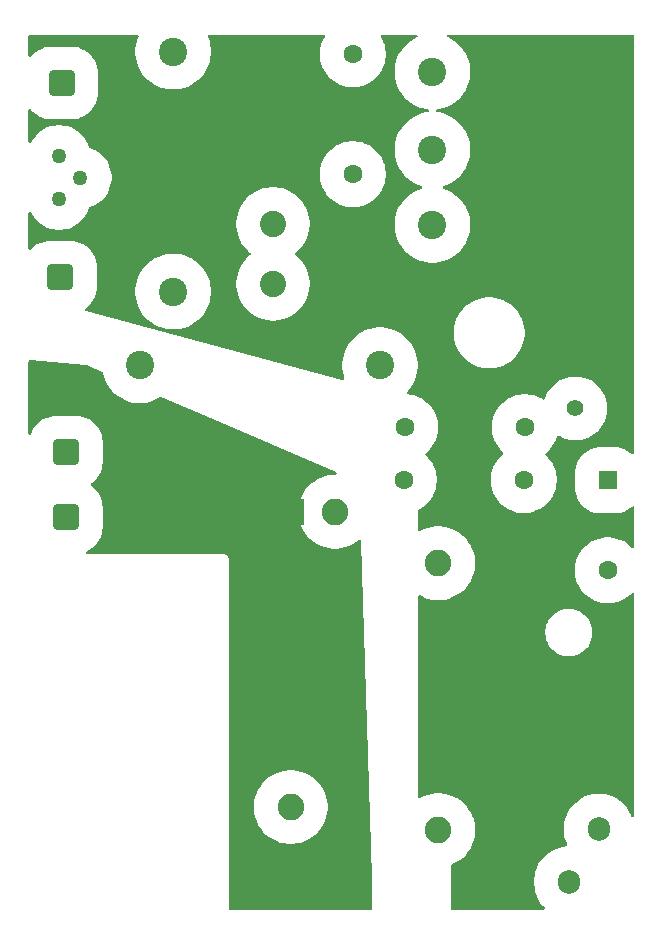
<source format=gbr>
%TF.GenerationSoftware,KiCad,Pcbnew,9.0.7*%
%TF.CreationDate,2026-02-02T12:57:01-08:00*%
%TF.ProjectId,foot-pedal-PCB,666f6f74-2d70-4656-9461-6c2d5043422e,rev?*%
%TF.SameCoordinates,Original*%
%TF.FileFunction,Copper,L2,Inr*%
%TF.FilePolarity,Positive*%
%FSLAX46Y46*%
G04 Gerber Fmt 4.6, Leading zero omitted, Abs format (unit mm)*
G04 Created by KiCad (PCBNEW 9.0.7) date 2026-02-02 12:57:01*
%MOMM*%
%LPD*%
G01*
G04 APERTURE LIST*
G04 Aperture macros list*
%AMRoundRect*
0 Rectangle with rounded corners*
0 $1 Rounding radius*
0 $2 $3 $4 $5 $6 $7 $8 $9 X,Y pos of 4 corners*
0 Add a 4 corners polygon primitive as box body*
4,1,4,$2,$3,$4,$5,$6,$7,$8,$9,$2,$3,0*
0 Add four circle primitives for the rounded corners*
1,1,$1+$1,$2,$3*
1,1,$1+$1,$4,$5*
1,1,$1+$1,$6,$7*
1,1,$1+$1,$8,$9*
0 Add four rect primitives between the rounded corners*
20,1,$1+$1,$2,$3,$4,$5,0*
20,1,$1+$1,$4,$5,$6,$7,0*
20,1,$1+$1,$6,$7,$8,$9,0*
20,1,$1+$1,$8,$9,$2,$3,0*%
G04 Aperture macros list end*
%TA.AperFunction,ComponentPad*%
%ADD10R,1.905000X2.000000*%
%TD*%
%TA.AperFunction,ComponentPad*%
%ADD11O,1.905000X2.000000*%
%TD*%
%TA.AperFunction,ComponentPad*%
%ADD12C,1.400000*%
%TD*%
%TA.AperFunction,ComponentPad*%
%ADD13C,1.600000*%
%TD*%
%TA.AperFunction,ComponentPad*%
%ADD14C,2.400000*%
%TD*%
%TA.AperFunction,ComponentPad*%
%ADD15RoundRect,0.250000X-0.825000X-0.825000X0.825000X-0.825000X0.825000X0.825000X-0.825000X0.825000X0*%
%TD*%
%TA.AperFunction,ComponentPad*%
%ADD16R,2.250000X2.250000*%
%TD*%
%TA.AperFunction,ComponentPad*%
%ADD17C,2.250000*%
%TD*%
%TA.AperFunction,ComponentPad*%
%ADD18C,1.270000*%
%TD*%
%TA.AperFunction,ComponentPad*%
%ADD19C,2.220000*%
%TD*%
%TA.AperFunction,ComponentPad*%
%ADD20RoundRect,0.250000X-0.550000X0.550000X-0.550000X-0.550000X0.550000X-0.550000X0.550000X0.550000X0*%
%TD*%
G04 APERTURE END LIST*
D10*
%TO.N,GND*%
%TO.C,Q1*%
X170810000Y-118480000D03*
D11*
%TO.N,AC*%
X173360000Y-122930000D03*
%TO.N,Net-(D1-A)*%
X175890000Y-118480000D03*
%TD*%
D12*
%TO.N,GND*%
%TO.C,RV3*%
X177400000Y-75350000D03*
%TO.N,AC*%
X173900000Y-82850000D03*
%TD*%
D13*
%TO.N,AC*%
%TO.C,R5*%
X169530000Y-88900000D03*
%TO.N,Net-(R2-Pad2)*%
X159370000Y-88900000D03*
%TD*%
%TO.N,Net-(C1-Pad2)*%
%TO.C,R3*%
X159470000Y-84450000D03*
%TO.N,AC*%
X169630000Y-84450000D03*
%TD*%
D14*
%TO.N,Net-(D1-K)*%
%TO.C,R1*%
X157360000Y-79200000D03*
%TO.N,Net-(C2-Pad2)*%
X137040000Y-79200000D03*
%TD*%
D15*
%TO.N,AC*%
%TO.C,J4*%
X130400000Y-55300000D03*
%TD*%
D16*
%TO.N,GNDD*%
%TO.C,RV1*%
X149800000Y-91600000D03*
D17*
%TO.N,Net-(J6-Pin_1)*%
X153550000Y-91600000D03*
%TO.N,+3.3V*%
X149800000Y-116600000D03*
%TD*%
D15*
%TO.N,GNDD*%
%TO.C,J5*%
X130700000Y-80750000D03*
%TD*%
D14*
%TO.N,GND*%
%TO.C,C2*%
X176800000Y-60950000D03*
%TO.N,Net-(C2-Pad2)*%
X161800000Y-60950000D03*
%TD*%
D18*
%TO.N,Net-(R2-Pad2)*%
%TO.C,RV2*%
X130200000Y-61503949D03*
X131996051Y-63300000D03*
%TO.N,/Res_out*%
X130200000Y-65096051D03*
%TD*%
D17*
%TO.N,AC*%
%TO.C,J8*%
X162300000Y-118550000D03*
%TO.N,Net-(J1-Pad1)*%
X162300000Y-95950000D03*
%TD*%
D19*
%TO.N,Net-(J1-Pad1)*%
%TO.C,J1*%
X148300000Y-72300000D03*
X148300000Y-67220000D03*
%TD*%
D14*
%TO.N,AC*%
%TO.C,R4*%
X139850000Y-72960000D03*
%TO.N,Net-(C3-Pad2)*%
X139850000Y-52640000D03*
%TD*%
%TO.N,GND*%
%TO.C,C3*%
X176800000Y-54350000D03*
%TO.N,Net-(C3-Pad2)*%
X161800000Y-54350000D03*
%TD*%
D20*
%TO.N,Net-(D1-K)*%
%TO.C,D1*%
X176650000Y-88940000D03*
D13*
%TO.N,Net-(D1-A)*%
X176650000Y-96560000D03*
%TD*%
D15*
%TO.N,Net-(J6-Pin_1)*%
%TO.C,J6*%
X130800000Y-86550000D03*
%TD*%
D14*
%TO.N,GND*%
%TO.C,C1*%
X176800000Y-67300000D03*
%TO.N,Net-(C1-Pad2)*%
X161800000Y-67300000D03*
%TD*%
D13*
%TO.N,Net-(C2-Pad2)*%
%TO.C,R2*%
X155050000Y-63030000D03*
%TO.N,Net-(R2-Pad2)*%
X155050000Y-52870000D03*
%TD*%
D19*
%TO.N,GND*%
%TO.C,J2*%
X148400000Y-59000000D03*
X148400000Y-53920000D03*
%TD*%
D15*
%TO.N,/Res_out*%
%TO.C,J3*%
X130296051Y-71729301D03*
%TD*%
%TO.N,+3.3V*%
%TO.C,J7*%
X130800000Y-92070000D03*
%TD*%
%TA.AperFunction,Conductor*%
%TO.N,GND*%
G36*
X136860633Y-51220185D02*
G01*
X136906388Y-51272989D01*
X136916332Y-51342147D01*
X136905314Y-51378302D01*
X136888467Y-51413284D01*
X136888461Y-51413298D01*
X136769741Y-51752580D01*
X136769737Y-51752592D01*
X136689748Y-52103048D01*
X136689746Y-52103064D01*
X136649500Y-52460259D01*
X136649500Y-52819740D01*
X136689746Y-53176935D01*
X136689748Y-53176951D01*
X136769737Y-53527407D01*
X136769741Y-53527419D01*
X136888465Y-53866711D01*
X137044432Y-54190579D01*
X137044434Y-54190582D01*
X137235685Y-54494956D01*
X137459812Y-54776003D01*
X137713997Y-55030188D01*
X137995044Y-55254315D01*
X138299418Y-55445566D01*
X138623292Y-55601536D01*
X138878119Y-55690703D01*
X138962580Y-55720258D01*
X138962592Y-55720262D01*
X139313052Y-55800252D01*
X139670260Y-55840499D01*
X139670261Y-55840500D01*
X139670264Y-55840500D01*
X140029739Y-55840500D01*
X140029739Y-55840499D01*
X140386948Y-55800252D01*
X140737408Y-55720262D01*
X141076708Y-55601536D01*
X141400582Y-55445566D01*
X141704956Y-55254315D01*
X141986003Y-55030188D01*
X142240188Y-54776003D01*
X142464315Y-54494956D01*
X142655566Y-54190582D01*
X142811536Y-53866708D01*
X142930262Y-53527408D01*
X143010252Y-53176948D01*
X143050500Y-52819736D01*
X143050500Y-52460264D01*
X143010252Y-52103052D01*
X142930262Y-51752592D01*
X142857424Y-51544434D01*
X142811538Y-51413298D01*
X142811536Y-51413292D01*
X142807180Y-51404247D01*
X142794686Y-51378302D01*
X142783334Y-51309360D01*
X142811056Y-51245226D01*
X142869052Y-51206260D01*
X142906406Y-51200500D01*
X152567202Y-51200500D01*
X152634241Y-51220185D01*
X152679996Y-51272989D01*
X152689940Y-51342147D01*
X152672196Y-51390472D01*
X152595072Y-51513213D01*
X152458598Y-51796604D01*
X152354711Y-52093498D01*
X152354710Y-52093500D01*
X152284718Y-52400156D01*
X152284716Y-52400172D01*
X152249500Y-52712722D01*
X152249500Y-53027277D01*
X152284716Y-53339827D01*
X152284718Y-53339843D01*
X152354710Y-53646499D01*
X152354711Y-53646501D01*
X152458598Y-53943395D01*
X152595072Y-54226786D01*
X152595074Y-54226789D01*
X152762423Y-54493123D01*
X152958539Y-54739044D01*
X153180956Y-54961461D01*
X153426877Y-55157577D01*
X153693211Y-55324926D01*
X153976606Y-55461402D01*
X154273500Y-55565289D01*
X154580160Y-55635282D01*
X154892723Y-55670499D01*
X154892724Y-55670500D01*
X154892727Y-55670500D01*
X155207276Y-55670500D01*
X155207276Y-55670499D01*
X155519840Y-55635282D01*
X155826500Y-55565289D01*
X156123394Y-55461402D01*
X156406789Y-55324926D01*
X156673123Y-55157577D01*
X156919044Y-54961461D01*
X157141461Y-54739044D01*
X157337577Y-54493123D01*
X157504926Y-54226789D01*
X157641402Y-53943394D01*
X157745289Y-53646500D01*
X157815282Y-53339840D01*
X157850500Y-53027273D01*
X157850500Y-52712727D01*
X157815282Y-52400160D01*
X157745289Y-52093500D01*
X157641402Y-51796606D01*
X157504926Y-51513211D01*
X157427804Y-51390472D01*
X157408804Y-51323235D01*
X157429172Y-51256400D01*
X157482440Y-51211186D01*
X157532798Y-51200500D01*
X160420323Y-51200500D01*
X160487362Y-51220185D01*
X160533117Y-51272989D01*
X160543061Y-51342147D01*
X160514036Y-51405703D01*
X160474125Y-51436220D01*
X160249420Y-51544432D01*
X159945045Y-51735684D01*
X159663997Y-51959811D01*
X159409811Y-52213997D01*
X159185684Y-52495045D01*
X158994432Y-52799420D01*
X158838465Y-53123288D01*
X158719741Y-53462580D01*
X158719737Y-53462592D01*
X158639748Y-53813048D01*
X158639746Y-53813064D01*
X158599500Y-54170259D01*
X158599500Y-54529740D01*
X158639746Y-54886935D01*
X158639748Y-54886951D01*
X158719737Y-55237407D01*
X158719741Y-55237419D01*
X158838465Y-55576711D01*
X158994432Y-55900579D01*
X158994434Y-55900582D01*
X159185685Y-56204956D01*
X159409812Y-56486003D01*
X159663997Y-56740188D01*
X159945044Y-56964315D01*
X160249418Y-57155566D01*
X160573292Y-57311536D01*
X160828119Y-57400703D01*
X160912580Y-57430258D01*
X160912592Y-57430262D01*
X161263052Y-57510252D01*
X161323037Y-57517010D01*
X161409738Y-57526780D01*
X161474152Y-57553846D01*
X161513707Y-57611441D01*
X161515844Y-57681278D01*
X161479886Y-57741185D01*
X161417248Y-57772140D01*
X161409738Y-57773220D01*
X161263064Y-57789746D01*
X161263048Y-57789748D01*
X160912592Y-57869737D01*
X160912580Y-57869741D01*
X160573288Y-57988465D01*
X160249420Y-58144432D01*
X159945045Y-58335684D01*
X159663997Y-58559811D01*
X159409811Y-58813997D01*
X159185684Y-59095045D01*
X158994432Y-59399420D01*
X158838465Y-59723288D01*
X158719741Y-60062580D01*
X158719737Y-60062592D01*
X158639748Y-60413048D01*
X158639746Y-60413064D01*
X158599500Y-60770259D01*
X158599500Y-61129740D01*
X158639746Y-61486935D01*
X158639748Y-61486951D01*
X158719737Y-61837407D01*
X158719741Y-61837419D01*
X158838465Y-62176711D01*
X158994432Y-62500579D01*
X158994434Y-62500582D01*
X159185685Y-62804956D01*
X159409812Y-63086003D01*
X159663997Y-63340188D01*
X159945044Y-63564315D01*
X160249418Y-63755566D01*
X160573292Y-63911536D01*
X160683400Y-63950064D01*
X160848851Y-64007959D01*
X160905627Y-64048680D01*
X160931374Y-64113633D01*
X160917918Y-64182195D01*
X160869530Y-64232598D01*
X160848851Y-64242041D01*
X160573288Y-64338465D01*
X160249420Y-64494432D01*
X159945045Y-64685684D01*
X159663997Y-64909811D01*
X159409811Y-65163997D01*
X159185684Y-65445045D01*
X158994432Y-65749420D01*
X158838465Y-66073288D01*
X158719741Y-66412580D01*
X158719737Y-66412592D01*
X158639748Y-66763048D01*
X158639746Y-66763064D01*
X158599500Y-67120259D01*
X158599500Y-67479740D01*
X158639746Y-67836935D01*
X158639748Y-67836951D01*
X158719737Y-68187407D01*
X158719741Y-68187419D01*
X158838465Y-68526711D01*
X158994432Y-68850579D01*
X158994434Y-68850582D01*
X159185685Y-69154956D01*
X159409812Y-69436003D01*
X159663997Y-69690188D01*
X159945044Y-69914315D01*
X160249418Y-70105566D01*
X160573292Y-70261536D01*
X160828119Y-70350703D01*
X160912580Y-70380258D01*
X160912592Y-70380262D01*
X161263052Y-70460252D01*
X161620260Y-70500499D01*
X161620261Y-70500500D01*
X161620264Y-70500500D01*
X161979739Y-70500500D01*
X161979739Y-70500499D01*
X162336948Y-70460252D01*
X162687408Y-70380262D01*
X163026708Y-70261536D01*
X163350582Y-70105566D01*
X163654956Y-69914315D01*
X163936003Y-69690188D01*
X164190188Y-69436003D01*
X164414315Y-69154956D01*
X164605566Y-68850582D01*
X164761536Y-68526708D01*
X164880262Y-68187408D01*
X164960252Y-67836948D01*
X165000500Y-67479736D01*
X165000500Y-67120264D01*
X164960252Y-66763052D01*
X164880262Y-66412592D01*
X164866371Y-66372895D01*
X164827505Y-66261820D01*
X164761536Y-66073292D01*
X164636789Y-65814253D01*
X164605567Y-65749420D01*
X164605566Y-65749418D01*
X164414315Y-65445044D01*
X164190188Y-65163997D01*
X163936003Y-64909812D01*
X163922500Y-64899044D01*
X163832773Y-64827489D01*
X163654956Y-64685685D01*
X163350582Y-64494434D01*
X163350579Y-64494432D01*
X163026711Y-64338465D01*
X162751148Y-64242041D01*
X162694372Y-64201320D01*
X162668625Y-64136367D01*
X162682081Y-64067805D01*
X162730469Y-64017403D01*
X162751148Y-64007959D01*
X162852418Y-63972522D01*
X163026708Y-63911536D01*
X163350582Y-63755566D01*
X163654956Y-63564315D01*
X163936003Y-63340188D01*
X164190188Y-63086003D01*
X164414315Y-62804956D01*
X164605566Y-62500582D01*
X164761536Y-62176708D01*
X164880262Y-61837408D01*
X164960252Y-61486948D01*
X165000500Y-61129736D01*
X165000500Y-60770264D01*
X164960252Y-60413052D01*
X164880262Y-60062592D01*
X164761536Y-59723292D01*
X164605566Y-59399418D01*
X164414315Y-59095044D01*
X164190188Y-58813997D01*
X163936003Y-58559812D01*
X163654956Y-58335685D01*
X163350582Y-58144434D01*
X163350579Y-58144432D01*
X163026711Y-57988465D01*
X162687419Y-57869741D01*
X162687407Y-57869737D01*
X162336951Y-57789748D01*
X162336933Y-57789745D01*
X162190262Y-57773220D01*
X162125848Y-57746154D01*
X162086292Y-57688559D01*
X162084155Y-57618722D01*
X162120113Y-57558815D01*
X162182751Y-57527860D01*
X162190262Y-57526780D01*
X162336933Y-57510254D01*
X162336938Y-57510253D01*
X162336948Y-57510252D01*
X162687408Y-57430262D01*
X163026708Y-57311536D01*
X163350582Y-57155566D01*
X163654956Y-56964315D01*
X163936003Y-56740188D01*
X164190188Y-56486003D01*
X164414315Y-56204956D01*
X164605566Y-55900582D01*
X164761536Y-55576708D01*
X164880262Y-55237408D01*
X164960252Y-54886948D01*
X165000500Y-54529736D01*
X165000500Y-54170264D01*
X164960252Y-53813052D01*
X164880262Y-53462592D01*
X164761536Y-53123292D01*
X164605566Y-52799418D01*
X164414315Y-52495044D01*
X164190188Y-52213997D01*
X163936003Y-51959812D01*
X163654956Y-51735685D01*
X163350582Y-51544434D01*
X163350579Y-51544432D01*
X163125875Y-51436220D01*
X163074016Y-51389397D01*
X163055703Y-51321970D01*
X163076751Y-51255346D01*
X163130477Y-51210678D01*
X163179677Y-51200500D01*
X178775500Y-51200500D01*
X178842539Y-51220185D01*
X178888294Y-51272989D01*
X178899500Y-51324500D01*
X178899500Y-86613395D01*
X178879815Y-86680434D01*
X178827011Y-86726189D01*
X178757853Y-86736133D01*
X178694297Y-86707108D01*
X178693872Y-86706737D01*
X178568097Y-86596746D01*
X178316871Y-86430396D01*
X178316866Y-86430393D01*
X178045720Y-86299018D01*
X178045716Y-86299016D01*
X178045712Y-86299014D01*
X178045708Y-86299013D01*
X177759479Y-86204952D01*
X177759469Y-86204950D01*
X177463233Y-86149876D01*
X177286021Y-86139500D01*
X176013979Y-86139500D01*
X175836766Y-86149876D01*
X175540530Y-86204950D01*
X175540520Y-86204952D01*
X175254291Y-86299013D01*
X175254279Y-86299018D01*
X174983133Y-86430393D01*
X174983128Y-86430396D01*
X174731906Y-86596743D01*
X174505093Y-86795093D01*
X174306743Y-87021906D01*
X174140396Y-87273128D01*
X174140393Y-87273133D01*
X174009018Y-87544279D01*
X174009013Y-87544291D01*
X173914952Y-87830520D01*
X173914950Y-87830530D01*
X173859876Y-88126766D01*
X173849500Y-88303978D01*
X173849500Y-89576020D01*
X173859876Y-89753233D01*
X173914950Y-90049469D01*
X173914952Y-90049479D01*
X174009013Y-90335708D01*
X174009018Y-90335720D01*
X174140393Y-90606866D01*
X174140396Y-90606871D01*
X174306743Y-90858093D01*
X174505093Y-91084906D01*
X174731906Y-91283256D01*
X174983128Y-91449603D01*
X174983133Y-91449606D01*
X175113824Y-91512928D01*
X175254284Y-91580984D01*
X175297812Y-91595288D01*
X175540520Y-91675047D01*
X175540524Y-91675047D01*
X175540531Y-91675050D01*
X175836762Y-91730123D01*
X176013979Y-91740500D01*
X177286020Y-91740499D01*
X177463238Y-91730123D01*
X177759469Y-91675050D01*
X177759476Y-91675047D01*
X177759479Y-91675047D01*
X177848989Y-91645631D01*
X178045716Y-91580984D01*
X178316870Y-91449604D01*
X178568095Y-91283255D01*
X178693871Y-91173261D01*
X178757294Y-91143948D01*
X178826497Y-91153576D01*
X178879509Y-91199090D01*
X178899499Y-91266039D01*
X178899500Y-91266604D01*
X178899500Y-94549633D01*
X178879815Y-94616672D01*
X178827011Y-94662427D01*
X178757853Y-94672371D01*
X178694297Y-94643346D01*
X178687819Y-94637314D01*
X178519043Y-94468538D01*
X178448430Y-94412226D01*
X178273123Y-94272423D01*
X178006789Y-94105074D01*
X178006786Y-94105072D01*
X177723395Y-93968598D01*
X177426501Y-93864711D01*
X177426499Y-93864710D01*
X177119843Y-93794718D01*
X177119827Y-93794716D01*
X176807277Y-93759500D01*
X176807273Y-93759500D01*
X176492727Y-93759500D01*
X176492722Y-93759500D01*
X176180172Y-93794716D01*
X176180156Y-93794718D01*
X175873500Y-93864710D01*
X175873498Y-93864711D01*
X175576604Y-93968598D01*
X175293213Y-94105072D01*
X175026878Y-94272422D01*
X174780956Y-94468538D01*
X174558538Y-94690956D01*
X174362422Y-94936878D01*
X174195072Y-95203213D01*
X174058598Y-95486604D01*
X173954711Y-95783498D01*
X173954710Y-95783500D01*
X173884718Y-96090156D01*
X173884716Y-96090172D01*
X173849500Y-96402722D01*
X173849500Y-96717277D01*
X173884716Y-97029827D01*
X173884718Y-97029843D01*
X173954710Y-97336499D01*
X173954711Y-97336501D01*
X174058598Y-97633395D01*
X174195072Y-97916786D01*
X174195074Y-97916789D01*
X174362423Y-98183123D01*
X174558539Y-98429044D01*
X174780956Y-98651461D01*
X175026877Y-98847577D01*
X175293211Y-99014926D01*
X175576606Y-99151402D01*
X175873500Y-99255289D01*
X176180160Y-99325282D01*
X176492723Y-99360499D01*
X176492724Y-99360500D01*
X176492727Y-99360500D01*
X176807276Y-99360500D01*
X176807276Y-99360499D01*
X177119840Y-99325282D01*
X177426500Y-99255289D01*
X177723394Y-99151402D01*
X178006789Y-99014926D01*
X178273123Y-98847577D01*
X178519044Y-98651461D01*
X178687819Y-98482686D01*
X178749142Y-98449201D01*
X178818834Y-98454185D01*
X178874767Y-98496057D01*
X178899184Y-98561521D01*
X178899500Y-98570367D01*
X178899500Y-117362421D01*
X178879815Y-117429460D01*
X178827011Y-117475215D01*
X178757853Y-117485159D01*
X178694297Y-117456134D01*
X178658459Y-117403376D01*
X178640492Y-117352030D01*
X178622515Y-117300655D01*
X178478607Y-117001827D01*
X178302146Y-116720991D01*
X178095351Y-116461678D01*
X177860822Y-116227149D01*
X177846618Y-116215822D01*
X177670828Y-116075634D01*
X177601509Y-116020354D01*
X177320673Y-115843893D01*
X177320670Y-115843891D01*
X177021848Y-115699986D01*
X176708794Y-115590443D01*
X176708782Y-115590439D01*
X176385428Y-115516636D01*
X176385412Y-115516634D01*
X176055841Y-115479500D01*
X176055837Y-115479500D01*
X175724163Y-115479500D01*
X175724158Y-115479500D01*
X175394587Y-115516634D01*
X175394571Y-115516636D01*
X175071217Y-115590439D01*
X175071205Y-115590443D01*
X174758151Y-115699986D01*
X174459329Y-115843891D01*
X174178492Y-116020353D01*
X173919178Y-116227148D01*
X173684648Y-116461678D01*
X173477853Y-116720992D01*
X173301391Y-117001829D01*
X173157486Y-117300651D01*
X173047943Y-117613705D01*
X173047939Y-117613717D01*
X172974136Y-117937071D01*
X172974134Y-117937087D01*
X172937000Y-118266658D01*
X172937000Y-118693341D01*
X172974134Y-119022912D01*
X172974136Y-119022928D01*
X173047939Y-119346282D01*
X173047943Y-119346294D01*
X173157486Y-119659348D01*
X173206950Y-119762060D01*
X173218302Y-119831001D01*
X173190580Y-119895136D01*
X173132585Y-119934102D01*
X173109114Y-119939082D01*
X172864587Y-119966634D01*
X172864571Y-119966636D01*
X172541217Y-120040439D01*
X172541205Y-120040443D01*
X172228151Y-120149986D01*
X171929329Y-120293891D01*
X171648492Y-120470353D01*
X171389178Y-120677148D01*
X171154648Y-120911678D01*
X170947853Y-121170992D01*
X170771391Y-121451829D01*
X170627486Y-121750651D01*
X170517943Y-122063705D01*
X170517939Y-122063717D01*
X170444136Y-122387071D01*
X170444134Y-122387087D01*
X170407000Y-122716658D01*
X170407000Y-123143341D01*
X170444134Y-123472912D01*
X170444136Y-123472928D01*
X170517939Y-123796282D01*
X170517943Y-123796294D01*
X170627486Y-124109348D01*
X170771391Y-124408170D01*
X170771393Y-124408173D01*
X170947854Y-124689009D01*
X171102130Y-124882465D01*
X171154648Y-124948321D01*
X171294146Y-125087819D01*
X171327631Y-125149142D01*
X171322647Y-125218834D01*
X171280775Y-125274767D01*
X171215311Y-125299184D01*
X171206465Y-125299500D01*
X163524500Y-125299500D01*
X163457461Y-125279815D01*
X163411706Y-125227011D01*
X163400500Y-125175500D01*
X163400500Y-121734110D01*
X163400500Y-121734108D01*
X163367105Y-121609475D01*
X163368768Y-121539629D01*
X163407930Y-121481766D01*
X163445920Y-121460345D01*
X163497962Y-121442136D01*
X163814246Y-121289821D01*
X164111487Y-121103052D01*
X164385948Y-120884177D01*
X164634177Y-120635948D01*
X164853052Y-120361487D01*
X165039821Y-120064246D01*
X165192136Y-119747962D01*
X165308080Y-119416613D01*
X165386195Y-119074366D01*
X165425500Y-118725524D01*
X165425500Y-118374476D01*
X165386195Y-118025634D01*
X165308080Y-117683387D01*
X165283701Y-117613717D01*
X165192138Y-117352044D01*
X165192136Y-117352038D01*
X165039821Y-117035754D01*
X164853052Y-116738513D01*
X164634177Y-116464052D01*
X164385948Y-116215823D01*
X164111487Y-115996948D01*
X163906196Y-115867955D01*
X163814243Y-115810177D01*
X163497969Y-115657867D01*
X163497955Y-115657861D01*
X163166624Y-115541923D01*
X163166612Y-115541919D01*
X162824369Y-115463805D01*
X162824353Y-115463803D01*
X162475528Y-115424500D01*
X162475524Y-115424500D01*
X162124476Y-115424500D01*
X162124471Y-115424500D01*
X161775646Y-115463803D01*
X161775630Y-115463805D01*
X161433387Y-115541919D01*
X161433375Y-115541923D01*
X161102044Y-115657861D01*
X161102030Y-115657867D01*
X160785752Y-115810179D01*
X160785750Y-115810180D01*
X160778422Y-115814785D01*
X160711184Y-115833782D01*
X160644350Y-115813412D01*
X160599138Y-115760143D01*
X160588455Y-115709937D01*
X160572412Y-101688872D01*
X171349500Y-101688872D01*
X171349500Y-101951127D01*
X171376123Y-102153339D01*
X171383730Y-102211116D01*
X171451602Y-102464418D01*
X171451605Y-102464428D01*
X171551953Y-102706690D01*
X171551958Y-102706700D01*
X171683075Y-102933803D01*
X171842718Y-103141851D01*
X171842726Y-103141860D01*
X172028140Y-103327274D01*
X172028148Y-103327281D01*
X172236196Y-103486924D01*
X172463299Y-103618041D01*
X172463309Y-103618046D01*
X172705571Y-103718394D01*
X172705581Y-103718398D01*
X172958884Y-103786270D01*
X173218880Y-103820500D01*
X173218887Y-103820500D01*
X173481113Y-103820500D01*
X173481120Y-103820500D01*
X173741116Y-103786270D01*
X173994419Y-103718398D01*
X174236697Y-103618043D01*
X174463803Y-103486924D01*
X174671851Y-103327282D01*
X174671855Y-103327277D01*
X174671860Y-103327274D01*
X174857274Y-103141860D01*
X174857277Y-103141855D01*
X174857282Y-103141851D01*
X175016924Y-102933803D01*
X175148043Y-102706697D01*
X175248398Y-102464419D01*
X175316270Y-102211116D01*
X175350500Y-101951120D01*
X175350500Y-101688880D01*
X175316270Y-101428884D01*
X175248398Y-101175581D01*
X175248394Y-101175571D01*
X175148046Y-100933309D01*
X175148041Y-100933299D01*
X175016924Y-100706196D01*
X174857281Y-100498148D01*
X174857274Y-100498140D01*
X174671860Y-100312726D01*
X174671851Y-100312718D01*
X174463803Y-100153075D01*
X174236700Y-100021958D01*
X174236690Y-100021953D01*
X173994428Y-99921605D01*
X173994421Y-99921603D01*
X173994419Y-99921602D01*
X173741116Y-99853730D01*
X173683339Y-99846123D01*
X173481127Y-99819500D01*
X173481120Y-99819500D01*
X173218880Y-99819500D01*
X173218872Y-99819500D01*
X172987772Y-99849926D01*
X172958884Y-99853730D01*
X172705581Y-99921602D01*
X172705571Y-99921605D01*
X172463309Y-100021953D01*
X172463299Y-100021958D01*
X172236196Y-100153075D01*
X172028148Y-100312718D01*
X171842718Y-100498148D01*
X171683075Y-100706196D01*
X171551958Y-100933299D01*
X171551953Y-100933309D01*
X171451605Y-101175571D01*
X171451602Y-101175581D01*
X171383730Y-101428885D01*
X171349500Y-101688872D01*
X160572412Y-101688872D01*
X160569082Y-98778178D01*
X160588690Y-98711118D01*
X160641442Y-98665303D01*
X160710589Y-98655280D01*
X160759052Y-98673043D01*
X160785754Y-98689821D01*
X161102038Y-98842136D01*
X161212487Y-98880784D01*
X161433375Y-98958076D01*
X161433387Y-98958080D01*
X161775634Y-99036195D01*
X162124472Y-99075499D01*
X162124473Y-99075500D01*
X162124476Y-99075500D01*
X162475527Y-99075500D01*
X162475527Y-99075499D01*
X162824366Y-99036195D01*
X163166613Y-98958080D01*
X163497962Y-98842136D01*
X163814246Y-98689821D01*
X164111487Y-98503052D01*
X164385948Y-98284177D01*
X164634177Y-98035948D01*
X164853052Y-97761487D01*
X165039821Y-97464246D01*
X165192136Y-97147962D01*
X165308080Y-96816613D01*
X165386195Y-96474366D01*
X165425500Y-96125524D01*
X165425500Y-95774476D01*
X165386195Y-95425634D01*
X165308080Y-95083387D01*
X165306912Y-95080050D01*
X165192138Y-94752044D01*
X165192136Y-94752038D01*
X165065899Y-94489906D01*
X165039822Y-94435756D01*
X165025037Y-94412226D01*
X164853052Y-94138513D01*
X164634177Y-93864052D01*
X164385948Y-93615823D01*
X164111487Y-93396948D01*
X163814246Y-93210179D01*
X163814243Y-93210177D01*
X163497969Y-93057867D01*
X163497955Y-93057861D01*
X163166624Y-92941923D01*
X163166612Y-92941919D01*
X162824369Y-92863805D01*
X162824353Y-92863803D01*
X162475528Y-92824500D01*
X162475524Y-92824500D01*
X162124476Y-92824500D01*
X162124471Y-92824500D01*
X161775646Y-92863803D01*
X161775630Y-92863805D01*
X161433387Y-92941919D01*
X161433375Y-92941923D01*
X161102044Y-93057861D01*
X161102030Y-93057867D01*
X160785756Y-93210177D01*
X160752584Y-93231020D01*
X160685347Y-93250018D01*
X160618512Y-93229648D01*
X160573300Y-93176379D01*
X160562615Y-93126169D01*
X160560769Y-91512928D01*
X160580377Y-91445870D01*
X160630965Y-91401072D01*
X160726789Y-91354926D01*
X160993123Y-91187577D01*
X161239044Y-90991461D01*
X161461461Y-90769044D01*
X161657577Y-90523123D01*
X161824926Y-90256789D01*
X161961402Y-89973394D01*
X162065289Y-89676500D01*
X162135282Y-89369840D01*
X162170500Y-89057273D01*
X162170500Y-88742727D01*
X162170499Y-88742722D01*
X166729500Y-88742722D01*
X166729500Y-89057277D01*
X166764716Y-89369827D01*
X166764718Y-89369843D01*
X166834710Y-89676499D01*
X166834711Y-89676501D01*
X166938598Y-89973395D01*
X167075072Y-90256786D01*
X167075074Y-90256789D01*
X167242423Y-90523123D01*
X167438539Y-90769044D01*
X167660956Y-90991461D01*
X167906877Y-91187577D01*
X168173211Y-91354926D01*
X168456606Y-91491402D01*
X168753500Y-91595289D01*
X169060160Y-91665282D01*
X169372723Y-91700499D01*
X169372724Y-91700500D01*
X169372727Y-91700500D01*
X169687276Y-91700500D01*
X169687276Y-91700499D01*
X169999840Y-91665282D01*
X170306500Y-91595289D01*
X170603394Y-91491402D01*
X170886789Y-91354926D01*
X171153123Y-91187577D01*
X171399044Y-90991461D01*
X171621461Y-90769044D01*
X171817577Y-90523123D01*
X171984926Y-90256789D01*
X172121402Y-89973394D01*
X172225289Y-89676500D01*
X172295282Y-89369840D01*
X172330500Y-89057273D01*
X172330500Y-88742727D01*
X172295282Y-88430160D01*
X172225289Y-88123500D01*
X172121402Y-87826606D01*
X171984926Y-87543211D01*
X171817577Y-87276877D01*
X171621461Y-87030956D01*
X171399044Y-86808539D01*
X171399043Y-86808538D01*
X171397753Y-86807385D01*
X171397528Y-86807023D01*
X171396584Y-86806079D01*
X171396804Y-86805858D01*
X171360890Y-86748031D01*
X171361968Y-86678170D01*
X171400644Y-86619982D01*
X171403018Y-86618038D01*
X171499044Y-86541461D01*
X171721461Y-86319044D01*
X171917577Y-86073123D01*
X172084926Y-85806789D01*
X172221402Y-85523394D01*
X172324593Y-85228488D01*
X172365314Y-85171714D01*
X172430266Y-85145966D01*
X172498828Y-85159422D01*
X172507599Y-85164446D01*
X172591659Y-85217265D01*
X172864935Y-85348868D01*
X173079951Y-85424105D01*
X173151216Y-85449042D01*
X173151228Y-85449046D01*
X173446937Y-85516540D01*
X173446946Y-85516541D01*
X173446951Y-85516542D01*
X173647874Y-85539180D01*
X173748337Y-85550499D01*
X173748340Y-85550500D01*
X173748343Y-85550500D01*
X174051660Y-85550500D01*
X174051661Y-85550499D01*
X174205694Y-85533144D01*
X174353048Y-85516542D01*
X174353051Y-85516541D01*
X174353063Y-85516540D01*
X174648772Y-85449046D01*
X174935065Y-85348868D01*
X175208341Y-85217265D01*
X175465164Y-85055892D01*
X175702304Y-84866779D01*
X175916779Y-84652304D01*
X176105892Y-84415164D01*
X176267265Y-84158341D01*
X176398868Y-83885065D01*
X176499046Y-83598772D01*
X176566540Y-83303063D01*
X176600500Y-83001657D01*
X176600500Y-82698343D01*
X176587274Y-82580956D01*
X176566542Y-82396951D01*
X176566541Y-82396946D01*
X176566540Y-82396937D01*
X176499046Y-82101228D01*
X176398868Y-81814935D01*
X176267265Y-81541659D01*
X176105892Y-81284836D01*
X175916779Y-81047696D01*
X175702304Y-80833221D01*
X175465164Y-80644108D01*
X175208341Y-80482735D01*
X175208338Y-80482733D01*
X174935068Y-80351133D01*
X174648783Y-80250957D01*
X174648771Y-80250953D01*
X174420556Y-80198864D01*
X174353063Y-80183460D01*
X174353060Y-80183459D01*
X174353048Y-80183457D01*
X174051663Y-80149500D01*
X174051657Y-80149500D01*
X173748343Y-80149500D01*
X173748336Y-80149500D01*
X173446951Y-80183457D01*
X173446937Y-80183460D01*
X173151228Y-80250953D01*
X173151216Y-80250957D01*
X172864931Y-80351133D01*
X172591661Y-80482733D01*
X172334837Y-80644107D01*
X172097696Y-80833220D01*
X171883220Y-81047696D01*
X171694107Y-81284837D01*
X171532733Y-81541661D01*
X171401133Y-81814931D01*
X171326134Y-82029265D01*
X171285413Y-82086041D01*
X171220460Y-82111788D01*
X171151898Y-82098332D01*
X171143121Y-82093304D01*
X170986786Y-81995072D01*
X170703395Y-81858598D01*
X170406501Y-81754711D01*
X170406499Y-81754710D01*
X170099843Y-81684718D01*
X170099827Y-81684716D01*
X169787277Y-81649500D01*
X169787273Y-81649500D01*
X169472727Y-81649500D01*
X169472722Y-81649500D01*
X169160172Y-81684716D01*
X169160156Y-81684718D01*
X168853500Y-81754710D01*
X168853498Y-81754711D01*
X168556604Y-81858598D01*
X168273213Y-81995072D01*
X168006878Y-82162422D01*
X167760956Y-82358538D01*
X167538538Y-82580956D01*
X167342422Y-82826878D01*
X167175072Y-83093213D01*
X167038598Y-83376604D01*
X166934711Y-83673498D01*
X166934710Y-83673500D01*
X166864718Y-83980156D01*
X166864716Y-83980172D01*
X166829500Y-84292722D01*
X166829500Y-84607277D01*
X166864716Y-84919827D01*
X166864718Y-84919843D01*
X166934710Y-85226499D01*
X166934711Y-85226501D01*
X167038598Y-85523395D01*
X167175072Y-85806786D01*
X167175074Y-85806789D01*
X167342423Y-86073123D01*
X167488733Y-86256589D01*
X167538538Y-86319043D01*
X167760952Y-86541457D01*
X167762231Y-86542600D01*
X167762454Y-86542959D01*
X167763416Y-86543921D01*
X167763191Y-86544145D01*
X167799104Y-86601948D01*
X167798037Y-86671809D01*
X167759370Y-86730004D01*
X167756920Y-86732009D01*
X167660956Y-86808538D01*
X167438538Y-87030956D01*
X167242422Y-87276878D01*
X167075072Y-87543213D01*
X166938598Y-87826604D01*
X166834711Y-88123498D01*
X166834710Y-88123500D01*
X166764718Y-88430156D01*
X166764716Y-88430172D01*
X166729500Y-88742722D01*
X162170499Y-88742722D01*
X162135282Y-88430160D01*
X162065289Y-88123500D01*
X161961402Y-87826606D01*
X161824926Y-87543211D01*
X161657577Y-87276877D01*
X161461461Y-87030956D01*
X161239044Y-86808539D01*
X161239043Y-86808538D01*
X161237753Y-86807385D01*
X161237528Y-86807023D01*
X161236584Y-86806079D01*
X161236804Y-86805858D01*
X161200890Y-86748031D01*
X161201968Y-86678170D01*
X161240644Y-86619982D01*
X161243018Y-86618038D01*
X161339044Y-86541461D01*
X161561461Y-86319044D01*
X161757577Y-86073123D01*
X161924926Y-85806789D01*
X162061402Y-85523394D01*
X162165289Y-85226500D01*
X162235282Y-84919840D01*
X162270500Y-84607273D01*
X162270500Y-84292727D01*
X162235282Y-83980160D01*
X162165289Y-83673500D01*
X162061402Y-83376606D01*
X161924926Y-83093211D01*
X161757577Y-82826877D01*
X161561461Y-82580956D01*
X161339044Y-82358539D01*
X161093123Y-82162423D01*
X160826789Y-81995074D01*
X160826786Y-81995072D01*
X160543395Y-81858598D01*
X160246501Y-81754711D01*
X160246499Y-81754710D01*
X159939843Y-81684718D01*
X159939827Y-81684716D01*
X159711858Y-81659030D01*
X159647444Y-81631963D01*
X159607889Y-81574369D01*
X159605752Y-81504532D01*
X159638058Y-81448132D01*
X159750188Y-81336003D01*
X159974315Y-81054956D01*
X160165566Y-80750582D01*
X160321536Y-80426708D01*
X160440262Y-80087408D01*
X160520252Y-79736948D01*
X160560500Y-79379736D01*
X160560500Y-79020264D01*
X160520252Y-78663052D01*
X160440262Y-78312592D01*
X160321536Y-77973292D01*
X160165566Y-77649418D01*
X159974315Y-77345044D01*
X159750188Y-77063997D01*
X159496003Y-76809812D01*
X159214956Y-76585685D01*
X158910582Y-76394434D01*
X158910583Y-76394434D01*
X158910576Y-76394430D01*
X158900830Y-76389737D01*
X158900829Y-76389737D01*
X158676055Y-76281491D01*
X163599500Y-76281491D01*
X163599500Y-76618508D01*
X163637231Y-76953381D01*
X163637233Y-76953397D01*
X163712223Y-77281953D01*
X163712227Y-77281965D01*
X163823532Y-77600054D01*
X163969752Y-77903683D01*
X163969754Y-77903686D01*
X164149054Y-78189039D01*
X164359175Y-78452523D01*
X164597477Y-78690825D01*
X164860961Y-78900946D01*
X165146314Y-79080246D01*
X165449949Y-79226469D01*
X165688848Y-79310063D01*
X165768034Y-79337772D01*
X165768046Y-79337776D01*
X166096606Y-79412767D01*
X166431492Y-79450499D01*
X166431493Y-79450500D01*
X166431496Y-79450500D01*
X166768507Y-79450500D01*
X166768507Y-79450499D01*
X167103394Y-79412767D01*
X167431954Y-79337776D01*
X167750051Y-79226469D01*
X168053686Y-79080246D01*
X168339039Y-78900946D01*
X168602523Y-78690825D01*
X168840825Y-78452523D01*
X169050946Y-78189039D01*
X169230246Y-77903686D01*
X169376469Y-77600051D01*
X169487776Y-77281954D01*
X169562767Y-76953394D01*
X169600500Y-76618504D01*
X169600500Y-76281496D01*
X169562767Y-75946606D01*
X169487776Y-75618046D01*
X169376469Y-75299949D01*
X169230246Y-74996314D01*
X169050946Y-74710961D01*
X168840825Y-74447477D01*
X168602523Y-74209175D01*
X168339039Y-73999054D01*
X168053686Y-73819754D01*
X168053683Y-73819752D01*
X167750054Y-73673532D01*
X167431965Y-73562227D01*
X167431953Y-73562223D01*
X167103397Y-73487233D01*
X167103381Y-73487231D01*
X166768508Y-73449500D01*
X166768504Y-73449500D01*
X166431496Y-73449500D01*
X166431491Y-73449500D01*
X166096618Y-73487231D01*
X166096602Y-73487233D01*
X165768046Y-73562223D01*
X165768034Y-73562227D01*
X165449945Y-73673532D01*
X165146316Y-73819752D01*
X164860962Y-73999053D01*
X164597477Y-74209174D01*
X164359174Y-74447477D01*
X164149053Y-74710962D01*
X163969752Y-74996316D01*
X163823532Y-75299945D01*
X163712227Y-75618034D01*
X163712223Y-75618046D01*
X163637233Y-75946602D01*
X163637231Y-75946618D01*
X163599500Y-76281491D01*
X158676055Y-76281491D01*
X158586711Y-76238465D01*
X158247419Y-76119741D01*
X158247407Y-76119737D01*
X157896951Y-76039748D01*
X157896935Y-76039746D01*
X157539740Y-75999500D01*
X157539736Y-75999500D01*
X157180264Y-75999500D01*
X157180259Y-75999500D01*
X156823064Y-76039746D01*
X156823048Y-76039748D01*
X156472592Y-76119737D01*
X156472580Y-76119741D01*
X156133288Y-76238465D01*
X155809420Y-76394432D01*
X155505045Y-76585684D01*
X155223997Y-76809811D01*
X154969811Y-77063997D01*
X154745684Y-77345045D01*
X154554432Y-77649420D01*
X154398465Y-77973288D01*
X154279741Y-78312580D01*
X154279737Y-78312592D01*
X154199748Y-78663048D01*
X154199746Y-78663064D01*
X154159500Y-79020259D01*
X154159500Y-79379740D01*
X154199746Y-79736935D01*
X154199748Y-79736951D01*
X154279737Y-80087407D01*
X154279741Y-80087419D01*
X154335244Y-80246037D01*
X154338806Y-80315816D01*
X154304078Y-80376443D01*
X154242084Y-80408671D01*
X154186320Y-80406823D01*
X132447250Y-74622735D01*
X132387526Y-74586475D01*
X132356886Y-74523682D01*
X132365059Y-74454292D01*
X132409450Y-74400336D01*
X132410484Y-74399641D01*
X132489146Y-74347556D01*
X132715957Y-74149207D01*
X132914306Y-73922396D01*
X133080655Y-73671171D01*
X133212035Y-73400017D01*
X133297567Y-73139740D01*
X133306098Y-73113780D01*
X133306098Y-73113777D01*
X133306101Y-73113770D01*
X133361174Y-72817539D01*
X133363357Y-72780259D01*
X136649500Y-72780259D01*
X136649500Y-73139740D01*
X136689746Y-73496935D01*
X136689748Y-73496951D01*
X136769737Y-73847407D01*
X136769741Y-73847419D01*
X136888465Y-74186711D01*
X137044432Y-74510579D01*
X137044434Y-74510582D01*
X137235685Y-74814956D01*
X137459812Y-75096003D01*
X137713997Y-75350188D01*
X137995044Y-75574315D01*
X138299418Y-75765566D01*
X138623292Y-75921536D01*
X138846101Y-75999500D01*
X138962580Y-76040258D01*
X138962592Y-76040262D01*
X139313052Y-76120252D01*
X139670260Y-76160499D01*
X139670261Y-76160500D01*
X139670264Y-76160500D01*
X140029739Y-76160500D01*
X140029739Y-76160499D01*
X140386948Y-76120252D01*
X140737408Y-76040262D01*
X141076708Y-75921536D01*
X141400582Y-75765566D01*
X141704956Y-75574315D01*
X141986003Y-75350188D01*
X142240188Y-75096003D01*
X142464315Y-74814956D01*
X142655566Y-74510582D01*
X142811536Y-74186708D01*
X142930262Y-73847408D01*
X143010252Y-73496948D01*
X143050500Y-73139736D01*
X143050500Y-72780264D01*
X143010252Y-72423052D01*
X142930262Y-72072592D01*
X142811536Y-71733292D01*
X142655566Y-71409418D01*
X142464315Y-71105044D01*
X142240188Y-70823997D01*
X141986003Y-70569812D01*
X141704956Y-70345685D01*
X141400582Y-70154434D01*
X141400579Y-70154432D01*
X141076711Y-69998465D01*
X140737419Y-69879741D01*
X140737407Y-69879737D01*
X140386951Y-69799748D01*
X140386935Y-69799746D01*
X140029740Y-69759500D01*
X140029736Y-69759500D01*
X139670264Y-69759500D01*
X139670259Y-69759500D01*
X139313064Y-69799746D01*
X139313048Y-69799748D01*
X138962592Y-69879737D01*
X138962580Y-69879741D01*
X138623288Y-69998465D01*
X138299420Y-70154432D01*
X137995045Y-70345684D01*
X137713997Y-70569811D01*
X137459811Y-70823997D01*
X137235684Y-71105045D01*
X137044432Y-71409420D01*
X136888465Y-71733288D01*
X136769741Y-72072580D01*
X136769737Y-72072592D01*
X136689748Y-72423048D01*
X136689746Y-72423064D01*
X136649500Y-72780259D01*
X133363357Y-72780259D01*
X133371551Y-72640322D01*
X133371550Y-70818281D01*
X133361174Y-70641063D01*
X133306101Y-70344832D01*
X133306098Y-70344825D01*
X133306098Y-70344821D01*
X133212037Y-70058592D01*
X133212035Y-70058585D01*
X133111128Y-69850323D01*
X133080657Y-69787434D01*
X133080654Y-69787429D01*
X132914307Y-69536207D01*
X132715957Y-69309394D01*
X132489144Y-69111044D01*
X132237922Y-68944697D01*
X132237917Y-68944694D01*
X131966771Y-68813319D01*
X131966767Y-68813317D01*
X131966763Y-68813315D01*
X131966759Y-68813314D01*
X131680530Y-68719253D01*
X131680520Y-68719251D01*
X131384284Y-68664177D01*
X131207072Y-68653801D01*
X129385030Y-68653801D01*
X129207817Y-68664177D01*
X128911581Y-68719251D01*
X128911571Y-68719253D01*
X128625342Y-68813314D01*
X128625330Y-68813319D01*
X128354184Y-68944694D01*
X128354179Y-68944697D01*
X128102957Y-69111044D01*
X127876144Y-69309394D01*
X127817842Y-69376064D01*
X127758893Y-69413570D01*
X127689024Y-69413252D01*
X127630418Y-69375210D01*
X127601683Y-69311523D01*
X127600500Y-69294435D01*
X127600500Y-66315621D01*
X127620185Y-66248582D01*
X127672989Y-66202827D01*
X127742147Y-66192883D01*
X127805703Y-66221908D01*
X127836220Y-66261820D01*
X127889710Y-66372895D01*
X127889714Y-66372901D01*
X128047202Y-66623542D01*
X128231763Y-66854975D01*
X128441076Y-67064288D01*
X128672509Y-67248849D01*
X128904611Y-67394688D01*
X128923155Y-67406340D01*
X129189833Y-67534765D01*
X129189842Y-67534768D01*
X129189849Y-67534772D01*
X129189855Y-67534774D01*
X129469238Y-67632535D01*
X129469250Y-67632539D01*
X129757842Y-67698408D01*
X130051989Y-67731550D01*
X130051990Y-67731551D01*
X130051993Y-67731551D01*
X130348010Y-67731551D01*
X130348010Y-67731550D01*
X130642158Y-67698408D01*
X130930750Y-67632539D01*
X131210151Y-67534772D01*
X131476850Y-67406337D01*
X131727491Y-67248849D01*
X131958924Y-67064288D01*
X131977901Y-67045311D01*
X145189500Y-67045311D01*
X145189500Y-67394688D01*
X145228613Y-67741834D01*
X145228616Y-67741848D01*
X145306356Y-68082453D01*
X145306360Y-68082465D01*
X145421742Y-68412205D01*
X145421751Y-68412227D01*
X145573324Y-68726972D01*
X145627578Y-68813317D01*
X145759201Y-69022793D01*
X145921706Y-69226567D01*
X145977025Y-69295936D01*
X146224063Y-69542974D01*
X146374637Y-69663053D01*
X146414777Y-69720241D01*
X146417627Y-69790053D01*
X146382282Y-69850323D01*
X146374637Y-69856947D01*
X146224063Y-69977025D01*
X145977025Y-70224063D01*
X145759200Y-70497208D01*
X145573324Y-70793027D01*
X145421751Y-71107772D01*
X145421742Y-71107794D01*
X145306360Y-71437534D01*
X145306356Y-71437546D01*
X145228616Y-71778151D01*
X145228613Y-71778165D01*
X145189500Y-72125311D01*
X145189500Y-72474688D01*
X145228613Y-72821834D01*
X145228616Y-72821848D01*
X145306356Y-73162453D01*
X145306360Y-73162465D01*
X145421742Y-73492205D01*
X145421751Y-73492227D01*
X145573324Y-73806972D01*
X145598731Y-73847407D01*
X145759201Y-74102793D01*
X145977026Y-74375937D01*
X146224063Y-74622974D01*
X146497207Y-74840799D01*
X146744708Y-74996314D01*
X146793027Y-75026675D01*
X147107772Y-75178248D01*
X147107781Y-75178251D01*
X147107788Y-75178255D01*
X147107794Y-75178257D01*
X147437534Y-75293639D01*
X147437546Y-75293643D01*
X147778151Y-75371384D01*
X147778160Y-75371385D01*
X147778165Y-75371386D01*
X148009595Y-75397461D01*
X148125312Y-75410499D01*
X148125315Y-75410500D01*
X148125318Y-75410500D01*
X148474685Y-75410500D01*
X148474686Y-75410499D01*
X148652107Y-75390509D01*
X148821834Y-75371386D01*
X148821837Y-75371385D01*
X148821849Y-75371384D01*
X149162454Y-75293643D01*
X149492212Y-75178255D01*
X149663011Y-75096003D01*
X149806972Y-75026675D01*
X149806972Y-75026674D01*
X149806978Y-75026672D01*
X150102793Y-74840799D01*
X150375937Y-74622974D01*
X150622974Y-74375937D01*
X150840799Y-74102793D01*
X151026672Y-73806978D01*
X151178255Y-73492212D01*
X151293643Y-73162454D01*
X151371384Y-72821849D01*
X151376070Y-72780264D01*
X151410499Y-72474688D01*
X151410500Y-72474684D01*
X151410500Y-72125315D01*
X151410499Y-72125311D01*
X151371386Y-71778165D01*
X151371385Y-71778160D01*
X151371384Y-71778151D01*
X151293643Y-71437546D01*
X151178255Y-71107788D01*
X151178251Y-71107781D01*
X151178248Y-71107772D01*
X151026675Y-70793027D01*
X150931192Y-70641067D01*
X150840799Y-70497207D01*
X150622974Y-70224063D01*
X150375937Y-69977026D01*
X150375936Y-69977025D01*
X150375930Y-69977019D01*
X150225363Y-69856947D01*
X150185222Y-69799759D01*
X150182372Y-69729947D01*
X150217717Y-69669677D01*
X150225363Y-69663053D01*
X150375930Y-69542980D01*
X150375932Y-69542977D01*
X150375937Y-69542974D01*
X150622974Y-69295937D01*
X150840799Y-69022793D01*
X151026672Y-68726978D01*
X151178255Y-68412212D01*
X151293643Y-68082454D01*
X151371384Y-67741849D01*
X151372545Y-67731551D01*
X151390509Y-67572107D01*
X151410500Y-67394682D01*
X151410500Y-67045318D01*
X151371384Y-66698151D01*
X151293643Y-66357546D01*
X151178255Y-66027788D01*
X151178251Y-66027781D01*
X151178248Y-66027772D01*
X151026675Y-65713027D01*
X150969103Y-65621402D01*
X150840799Y-65417207D01*
X150622974Y-65144063D01*
X150375937Y-64897026D01*
X150102793Y-64679201D01*
X149939893Y-64576844D01*
X149806972Y-64493324D01*
X149492227Y-64341751D01*
X149492205Y-64341742D01*
X149162465Y-64226360D01*
X149162453Y-64226356D01*
X148899589Y-64166359D01*
X148821849Y-64148616D01*
X148821846Y-64148615D01*
X148821834Y-64148613D01*
X148474688Y-64109500D01*
X148474682Y-64109500D01*
X148125318Y-64109500D01*
X148125311Y-64109500D01*
X147778165Y-64148613D01*
X147778151Y-64148616D01*
X147437546Y-64226356D01*
X147437534Y-64226360D01*
X147107794Y-64341742D01*
X147107772Y-64341751D01*
X146793027Y-64493324D01*
X146497208Y-64679200D01*
X146224063Y-64897025D01*
X145977025Y-65144063D01*
X145759200Y-65417208D01*
X145573324Y-65713027D01*
X145421751Y-66027772D01*
X145421742Y-66027794D01*
X145306360Y-66357534D01*
X145306356Y-66357546D01*
X145228616Y-66698151D01*
X145228613Y-66698165D01*
X145189500Y-67045311D01*
X131977901Y-67045311D01*
X132168237Y-66854975D01*
X132352798Y-66623542D01*
X132510286Y-66372901D01*
X132537871Y-66315621D01*
X132638718Y-66106208D01*
X132638720Y-66106204D01*
X132650237Y-66073292D01*
X132714253Y-65890340D01*
X132754975Y-65833565D01*
X132790339Y-65814253D01*
X133006202Y-65738721D01*
X133249818Y-65621402D01*
X133272895Y-65610289D01*
X133272895Y-65610288D01*
X133272901Y-65610286D01*
X133523542Y-65452798D01*
X133754975Y-65268237D01*
X133964288Y-65058924D01*
X134148849Y-64827491D01*
X134306337Y-64576850D01*
X134408213Y-64365301D01*
X134434765Y-64310166D01*
X134434766Y-64310162D01*
X134434772Y-64310151D01*
X134532539Y-64030750D01*
X134598408Y-63742158D01*
X134631551Y-63448007D01*
X134631551Y-63151993D01*
X134600085Y-62872722D01*
X152249500Y-62872722D01*
X152249500Y-63187277D01*
X152284716Y-63499827D01*
X152284718Y-63499843D01*
X152354710Y-63806499D01*
X152354711Y-63806501D01*
X152458598Y-64103395D01*
X152595072Y-64386786D01*
X152595074Y-64386789D01*
X152762423Y-64653123D01*
X152901476Y-64827489D01*
X152956929Y-64897026D01*
X152958539Y-64899044D01*
X153180956Y-65121461D01*
X153426877Y-65317577D01*
X153693211Y-65484926D01*
X153976606Y-65621402D01*
X154273500Y-65725289D01*
X154580160Y-65795282D01*
X154892723Y-65830499D01*
X154892724Y-65830500D01*
X154892727Y-65830500D01*
X155207276Y-65830500D01*
X155207276Y-65830499D01*
X155519840Y-65795282D01*
X155826500Y-65725289D01*
X156123394Y-65621402D01*
X156406789Y-65484926D01*
X156673123Y-65317577D01*
X156919044Y-65121461D01*
X157141461Y-64899044D01*
X157337577Y-64653123D01*
X157504926Y-64386789D01*
X157641402Y-64103394D01*
X157745289Y-63806500D01*
X157815282Y-63499840D01*
X157850500Y-63187273D01*
X157850500Y-62872727D01*
X157815282Y-62560160D01*
X157745289Y-62253500D01*
X157641402Y-61956606D01*
X157504926Y-61673211D01*
X157337577Y-61406877D01*
X157141461Y-61160956D01*
X156919044Y-60938539D01*
X156673123Y-60742423D01*
X156406789Y-60575074D01*
X156406786Y-60575072D01*
X156123395Y-60438598D01*
X155826501Y-60334711D01*
X155826499Y-60334710D01*
X155519843Y-60264718D01*
X155519827Y-60264716D01*
X155207277Y-60229500D01*
X155207273Y-60229500D01*
X154892727Y-60229500D01*
X154892722Y-60229500D01*
X154580172Y-60264716D01*
X154580156Y-60264718D01*
X154273500Y-60334710D01*
X154273498Y-60334711D01*
X153976604Y-60438598D01*
X153693213Y-60575072D01*
X153426878Y-60742422D01*
X153180956Y-60938538D01*
X152958538Y-61160956D01*
X152762422Y-61406878D01*
X152595072Y-61673213D01*
X152458598Y-61956604D01*
X152354711Y-62253498D01*
X152354710Y-62253500D01*
X152284718Y-62560156D01*
X152284716Y-62560172D01*
X152249500Y-62872722D01*
X134600085Y-62872722D01*
X134598408Y-62857842D01*
X134532539Y-62569250D01*
X134529362Y-62560172D01*
X134434774Y-62289855D01*
X134434765Y-62289833D01*
X134306340Y-62023155D01*
X134306337Y-62023150D01*
X134148849Y-61772509D01*
X133964288Y-61541076D01*
X133754975Y-61331763D01*
X133523542Y-61147202D01*
X133272901Y-60989714D01*
X133272902Y-60989714D01*
X133272895Y-60989710D01*
X133006213Y-60861283D01*
X133006205Y-60861280D01*
X132790340Y-60785744D01*
X132733564Y-60745022D01*
X132714253Y-60709657D01*
X132638720Y-60493795D01*
X132638718Y-60493791D01*
X132510289Y-60227104D01*
X132510286Y-60227099D01*
X132352798Y-59976458D01*
X132168237Y-59745025D01*
X131958924Y-59535712D01*
X131727491Y-59351151D01*
X131476850Y-59193663D01*
X131476851Y-59193663D01*
X131476844Y-59193659D01*
X131210166Y-59065234D01*
X131210144Y-59065225D01*
X130930761Y-58967464D01*
X130930749Y-58967460D01*
X130642161Y-58901592D01*
X130642145Y-58901590D01*
X130348011Y-58868449D01*
X130348007Y-58868449D01*
X130051993Y-58868449D01*
X130051988Y-58868449D01*
X129757854Y-58901590D01*
X129757838Y-58901592D01*
X129469250Y-58967460D01*
X129469238Y-58967464D01*
X129189855Y-59065225D01*
X129189833Y-59065234D01*
X128923155Y-59193659D01*
X128672510Y-59351150D01*
X128441076Y-59535711D01*
X128231762Y-59745025D01*
X128047201Y-59976459D01*
X127889712Y-60227101D01*
X127836220Y-60338180D01*
X127789398Y-60390039D01*
X127721971Y-60408352D01*
X127655347Y-60387304D01*
X127610678Y-60333578D01*
X127600500Y-60284378D01*
X127600500Y-57616000D01*
X127620185Y-57548961D01*
X127672989Y-57503206D01*
X127742147Y-57493262D01*
X127805703Y-57522287D01*
X127817837Y-57534366D01*
X127839218Y-57558815D01*
X127980093Y-57719906D01*
X128206906Y-57918256D01*
X128458128Y-58084603D01*
X128458133Y-58084606D01*
X128581608Y-58144432D01*
X128729284Y-58215984D01*
X128823225Y-58246855D01*
X129015520Y-58310047D01*
X129015524Y-58310047D01*
X129015531Y-58310050D01*
X129311762Y-58365123D01*
X129488979Y-58375500D01*
X131311020Y-58375499D01*
X131488238Y-58365123D01*
X131784469Y-58310050D01*
X131784476Y-58310047D01*
X131784479Y-58310047D01*
X131873989Y-58280631D01*
X132070716Y-58215984D01*
X132341870Y-58084604D01*
X132593095Y-57918255D01*
X132819906Y-57719906D01*
X133018255Y-57493095D01*
X133184604Y-57241870D01*
X133315984Y-56970716D01*
X133410050Y-56684469D01*
X133465123Y-56388238D01*
X133475500Y-56211021D01*
X133475499Y-54388980D01*
X133465123Y-54211762D01*
X133410050Y-53915531D01*
X133410047Y-53915524D01*
X133410047Y-53915520D01*
X133315986Y-53629291D01*
X133315984Y-53629284D01*
X133199500Y-53388873D01*
X133184606Y-53358133D01*
X133184603Y-53358128D01*
X133018256Y-53106906D01*
X132819906Y-52880093D01*
X132593093Y-52681743D01*
X132341871Y-52515396D01*
X132341866Y-52515393D01*
X132070720Y-52384018D01*
X132070716Y-52384016D01*
X132070712Y-52384014D01*
X132070708Y-52384013D01*
X131784479Y-52289952D01*
X131784469Y-52289950D01*
X131488233Y-52234876D01*
X131311021Y-52224500D01*
X129488979Y-52224500D01*
X129311766Y-52234876D01*
X129015530Y-52289950D01*
X129015520Y-52289952D01*
X128729291Y-52384013D01*
X128729279Y-52384018D01*
X128458133Y-52515393D01*
X128458128Y-52515396D01*
X128206906Y-52681743D01*
X127980093Y-52880093D01*
X127817842Y-53065628D01*
X127758893Y-53103134D01*
X127689024Y-53102816D01*
X127630418Y-53064774D01*
X127601683Y-53001087D01*
X127600500Y-52983999D01*
X127600500Y-51324500D01*
X127620185Y-51257461D01*
X127672989Y-51211706D01*
X127724500Y-51200500D01*
X136793594Y-51200500D01*
X136860633Y-51220185D01*
G37*
%TD.AperFunction*%
%TD*%
%TA.AperFunction,Conductor*%
%TO.N,GNDD*%
G36*
X132480097Y-79168283D02*
G01*
X132518356Y-79177880D01*
X133828232Y-79740229D01*
X133882068Y-79784763D01*
X133900205Y-79826578D01*
X133959737Y-80087407D01*
X133959741Y-80087419D01*
X134078465Y-80426711D01*
X134234432Y-80750579D01*
X134234434Y-80750582D01*
X134425685Y-81054956D01*
X134649812Y-81336003D01*
X134903997Y-81590188D01*
X135185044Y-81814315D01*
X135489418Y-82005566D01*
X135813292Y-82161536D01*
X136068119Y-82250703D01*
X136152580Y-82280258D01*
X136152592Y-82280262D01*
X136503052Y-82360252D01*
X136860260Y-82400499D01*
X136860261Y-82400500D01*
X136860264Y-82400500D01*
X137219739Y-82400500D01*
X137219739Y-82400499D01*
X137576948Y-82360252D01*
X137927408Y-82280262D01*
X138266708Y-82161536D01*
X138590582Y-82005566D01*
X138744241Y-81909015D01*
X138811476Y-81890015D01*
X138859129Y-81900065D01*
X143204027Y-83765393D01*
X153618687Y-88236557D01*
X153672523Y-88281092D01*
X153693737Y-88347663D01*
X153675591Y-88415135D01*
X153623847Y-88462086D01*
X153569769Y-88474500D01*
X153374471Y-88474500D01*
X153025646Y-88513803D01*
X153025630Y-88513805D01*
X152683387Y-88591919D01*
X152683375Y-88591923D01*
X152352044Y-88707861D01*
X152352030Y-88707867D01*
X152035756Y-88860177D01*
X151738514Y-89046947D01*
X151464052Y-89265822D01*
X151215822Y-89514052D01*
X150996947Y-89788514D01*
X150810177Y-90085756D01*
X150657867Y-90402030D01*
X150657861Y-90402044D01*
X150541923Y-90733375D01*
X150541919Y-90733387D01*
X150463805Y-91075630D01*
X150463803Y-91075646D01*
X150424500Y-91424471D01*
X150424500Y-91775528D01*
X150463803Y-92124353D01*
X150463805Y-92124369D01*
X150541919Y-92466612D01*
X150541923Y-92466624D01*
X150657861Y-92797955D01*
X150657867Y-92797969D01*
X150810177Y-93114243D01*
X150810179Y-93114246D01*
X150996948Y-93411487D01*
X151215823Y-93685948D01*
X151464052Y-93934177D01*
X151738513Y-94153052D01*
X152035754Y-94339821D01*
X152352038Y-94492136D01*
X152352044Y-94492138D01*
X152683375Y-94608076D01*
X152683387Y-94608080D01*
X153025634Y-94686195D01*
X153374472Y-94725499D01*
X153374473Y-94725500D01*
X153374476Y-94725500D01*
X153725527Y-94725500D01*
X153725527Y-94725499D01*
X154074366Y-94686195D01*
X154416613Y-94608080D01*
X154747962Y-94492136D01*
X155064246Y-94339821D01*
X155361487Y-94153052D01*
X155564611Y-93991066D01*
X155629296Y-93964659D01*
X155697991Y-93977414D01*
X155748885Y-94025285D01*
X155765859Y-94084063D01*
X156674937Y-122598023D01*
X156675000Y-122601974D01*
X156675000Y-125175500D01*
X156655315Y-125242539D01*
X156602511Y-125288294D01*
X156551000Y-125299500D01*
X144724500Y-125299500D01*
X144657461Y-125279815D01*
X144611706Y-125227011D01*
X144600500Y-125175500D01*
X144600500Y-116424471D01*
X146674500Y-116424471D01*
X146674500Y-116775528D01*
X146713803Y-117124353D01*
X146713805Y-117124369D01*
X146791919Y-117466612D01*
X146791923Y-117466624D01*
X146907861Y-117797955D01*
X146907867Y-117797969D01*
X147060177Y-118114243D01*
X147060179Y-118114246D01*
X147246948Y-118411487D01*
X147465823Y-118685948D01*
X147714052Y-118934177D01*
X147988513Y-119153052D01*
X148285754Y-119339821D01*
X148602038Y-119492136D01*
X148602044Y-119492138D01*
X148933375Y-119608076D01*
X148933387Y-119608080D01*
X149275634Y-119686195D01*
X149624472Y-119725499D01*
X149624473Y-119725500D01*
X149624476Y-119725500D01*
X149975527Y-119725500D01*
X149975527Y-119725499D01*
X150324366Y-119686195D01*
X150666613Y-119608080D01*
X150997962Y-119492136D01*
X151314246Y-119339821D01*
X151611487Y-119153052D01*
X151885948Y-118934177D01*
X152134177Y-118685948D01*
X152353052Y-118411487D01*
X152539821Y-118114246D01*
X152692136Y-117797962D01*
X152808080Y-117466613D01*
X152886195Y-117124366D01*
X152925500Y-116775524D01*
X152925500Y-116424476D01*
X152886195Y-116075634D01*
X152808080Y-115733387D01*
X152692136Y-115402038D01*
X152539821Y-115085754D01*
X152353052Y-114788513D01*
X152134177Y-114514052D01*
X151885948Y-114265823D01*
X151611487Y-114046948D01*
X151314246Y-113860179D01*
X151314243Y-113860177D01*
X150997969Y-113707867D01*
X150997955Y-113707861D01*
X150666624Y-113591923D01*
X150666612Y-113591919D01*
X150324369Y-113513805D01*
X150324353Y-113513803D01*
X149975528Y-113474500D01*
X149975524Y-113474500D01*
X149624476Y-113474500D01*
X149624471Y-113474500D01*
X149275646Y-113513803D01*
X149275630Y-113513805D01*
X148933387Y-113591919D01*
X148933375Y-113591923D01*
X148602044Y-113707861D01*
X148602030Y-113707867D01*
X148285756Y-113860177D01*
X147988514Y-114046947D01*
X147714052Y-114265822D01*
X147465822Y-114514052D01*
X147246947Y-114788514D01*
X147060177Y-115085756D01*
X146907867Y-115402030D01*
X146907861Y-115402044D01*
X146791923Y-115733375D01*
X146791919Y-115733387D01*
X146713805Y-116075630D01*
X146713803Y-116075646D01*
X146674500Y-116424471D01*
X144600500Y-116424471D01*
X144600500Y-95634110D01*
X144600500Y-95634108D01*
X144566392Y-95506814D01*
X144500500Y-95392686D01*
X144407314Y-95299500D01*
X144350250Y-95266554D01*
X144293187Y-95233608D01*
X144229539Y-95216554D01*
X144165892Y-95199500D01*
X144165891Y-95199500D01*
X132570345Y-95199500D01*
X132503306Y-95179815D01*
X132457551Y-95127011D01*
X132447607Y-95057853D01*
X132476632Y-94994297D01*
X132516277Y-94963909D01*
X132741866Y-94854606D01*
X132741866Y-94854605D01*
X132741870Y-94854604D01*
X132993095Y-94688255D01*
X133219906Y-94489906D01*
X133418255Y-94263095D01*
X133584604Y-94011870D01*
X133715984Y-93740716D01*
X133810050Y-93454469D01*
X133865123Y-93158238D01*
X133875500Y-92981021D01*
X133875499Y-91158980D01*
X133865123Y-90981762D01*
X133810050Y-90685531D01*
X133810047Y-90685524D01*
X133810047Y-90685520D01*
X133715986Y-90399291D01*
X133715984Y-90399284D01*
X133646942Y-90256789D01*
X133584606Y-90128133D01*
X133584603Y-90128128D01*
X133418256Y-89876906D01*
X133219906Y-89650093D01*
X132993097Y-89451747D01*
X132993098Y-89451747D01*
X132993095Y-89451745D01*
X132935165Y-89413386D01*
X132890139Y-89359965D01*
X132881142Y-89290677D01*
X132911032Y-89227524D01*
X132935161Y-89206615D01*
X132993095Y-89168255D01*
X133219906Y-88969906D01*
X133418255Y-88743095D01*
X133584604Y-88491870D01*
X133715984Y-88220716D01*
X133810050Y-87934469D01*
X133865123Y-87638238D01*
X133875500Y-87461021D01*
X133875499Y-85638980D01*
X133865123Y-85461762D01*
X133810050Y-85165531D01*
X133810047Y-85165524D01*
X133810047Y-85165520D01*
X133715986Y-84879291D01*
X133715984Y-84879284D01*
X133648484Y-84739971D01*
X133584606Y-84608133D01*
X133584603Y-84608128D01*
X133418256Y-84356906D01*
X133219906Y-84130093D01*
X132993093Y-83931743D01*
X132741871Y-83765396D01*
X132741866Y-83765393D01*
X132470720Y-83634018D01*
X132470716Y-83634016D01*
X132470712Y-83634014D01*
X132470708Y-83634013D01*
X132184479Y-83539952D01*
X132184469Y-83539950D01*
X131888233Y-83484876D01*
X131711021Y-83474500D01*
X129888979Y-83474500D01*
X129711766Y-83484876D01*
X129415530Y-83539950D01*
X129415520Y-83539952D01*
X129129291Y-83634013D01*
X129129279Y-83634018D01*
X128858133Y-83765393D01*
X128858128Y-83765396D01*
X128606906Y-83931743D01*
X128380093Y-84130093D01*
X128181743Y-84356906D01*
X128015396Y-84608128D01*
X128015393Y-84608133D01*
X127884018Y-84879279D01*
X127884013Y-84879291D01*
X127842302Y-85006220D01*
X127802672Y-85063763D01*
X127738223Y-85090746D01*
X127669417Y-85078602D01*
X127618099Y-85031186D01*
X127600500Y-84967508D01*
X127600500Y-78882626D01*
X127620185Y-78815587D01*
X127672989Y-78769832D01*
X127735150Y-78759085D01*
X132480097Y-79168283D01*
G37*
%TD.AperFunction*%
%TD*%
M02*

</source>
